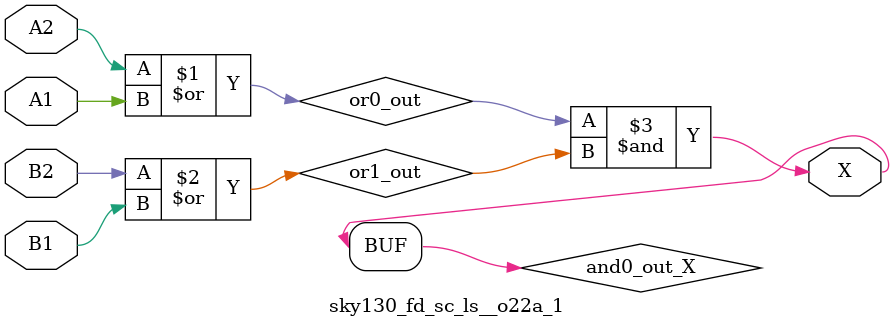
<source format=v>
/*
 * Copyright 2020 The SkyWater PDK Authors
 *
 * Licensed under the Apache License, Version 2.0 (the "License");
 * you may not use this file except in compliance with the License.
 * You may obtain a copy of the License at
 *
 *     https://www.apache.org/licenses/LICENSE-2.0
 *
 * Unless required by applicable law or agreed to in writing, software
 * distributed under the License is distributed on an "AS IS" BASIS,
 * WITHOUT WARRANTIES OR CONDITIONS OF ANY KIND, either express or implied.
 * See the License for the specific language governing permissions and
 * limitations under the License.
 *
 * SPDX-License-Identifier: Apache-2.0
*/


`ifndef SKY130_FD_SC_LS__O22A_1_FUNCTIONAL_V
`define SKY130_FD_SC_LS__O22A_1_FUNCTIONAL_V

/**
 * o22a: 2-input OR into both inputs of 2-input AND.
 *
 *       X = ((A1 | A2) & (B1 | B2))
 *
 * Verilog simulation functional model.
 */

`timescale 1ns / 1ps
`default_nettype none

`celldefine
module sky130_fd_sc_ls__o22a_1 (
    X ,
    A1,
    A2,
    B1,
    B2
);

    // Module ports
    output X ;
    input  A1;
    input  A2;
    input  B1;
    input  B2;

    // Local signals
    wire or0_out   ;
    wire or1_out   ;
    wire and0_out_X;

    //  Name  Output      Other arguments
    or  or0  (or0_out   , A2, A1          );
    or  or1  (or1_out   , B2, B1          );
    and and0 (and0_out_X, or0_out, or1_out);
    buf buf0 (X         , and0_out_X      );

endmodule
`endcelldefine

`default_nettype wire
`endif  // SKY130_FD_SC_LS__O22A_1_FUNCTIONAL_V

</source>
